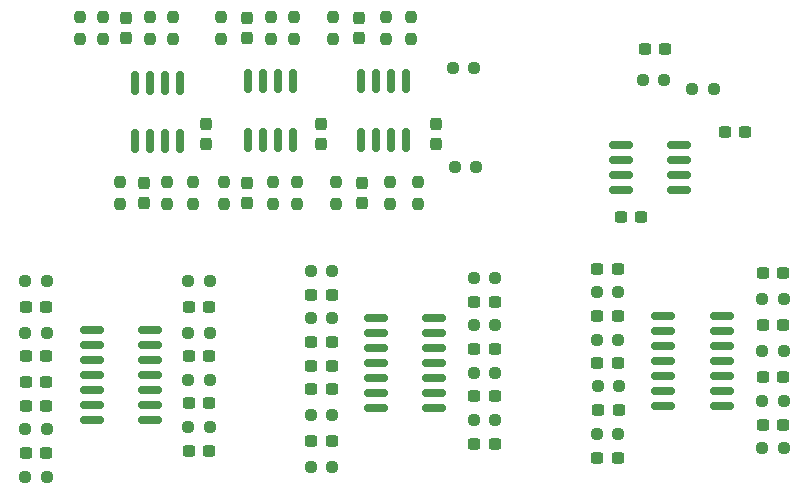
<source format=gbr>
%TF.GenerationSoftware,KiCad,Pcbnew,(6.0.10)*%
%TF.CreationDate,2023-01-04T10:23:57-08:00*%
%TF.ProjectId,audioFilters,61756469-6f46-4696-9c74-6572732e6b69,rev?*%
%TF.SameCoordinates,PX6422c40PY7459280*%
%TF.FileFunction,Paste,Top*%
%TF.FilePolarity,Positive*%
%FSLAX46Y46*%
G04 Gerber Fmt 4.6, Leading zero omitted, Abs format (unit mm)*
G04 Created by KiCad (PCBNEW (6.0.10)) date 2023-01-04 10:23:57*
%MOMM*%
%LPD*%
G01*
G04 APERTURE LIST*
G04 Aperture macros list*
%AMRoundRect*
0 Rectangle with rounded corners*
0 $1 Rounding radius*
0 $2 $3 $4 $5 $6 $7 $8 $9 X,Y pos of 4 corners*
0 Add a 4 corners polygon primitive as box body*
4,1,4,$2,$3,$4,$5,$6,$7,$8,$9,$2,$3,0*
0 Add four circle primitives for the rounded corners*
1,1,$1+$1,$2,$3*
1,1,$1+$1,$4,$5*
1,1,$1+$1,$6,$7*
1,1,$1+$1,$8,$9*
0 Add four rect primitives between the rounded corners*
20,1,$1+$1,$2,$3,$4,$5,0*
20,1,$1+$1,$4,$5,$6,$7,0*
20,1,$1+$1,$6,$7,$8,$9,0*
20,1,$1+$1,$8,$9,$2,$3,0*%
G04 Aperture macros list end*
%ADD10RoundRect,0.237500X0.237500X-0.250000X0.237500X0.250000X-0.237500X0.250000X-0.237500X-0.250000X0*%
%ADD11RoundRect,0.150000X0.825000X0.150000X-0.825000X0.150000X-0.825000X-0.150000X0.825000X-0.150000X0*%
%ADD12RoundRect,0.237500X0.300000X0.237500X-0.300000X0.237500X-0.300000X-0.237500X0.300000X-0.237500X0*%
%ADD13RoundRect,0.237500X0.250000X0.237500X-0.250000X0.237500X-0.250000X-0.237500X0.250000X-0.237500X0*%
%ADD14RoundRect,0.237500X-0.300000X-0.237500X0.300000X-0.237500X0.300000X0.237500X-0.300000X0.237500X0*%
%ADD15RoundRect,0.237500X0.237500X-0.300000X0.237500X0.300000X-0.237500X0.300000X-0.237500X-0.300000X0*%
%ADD16RoundRect,0.237500X-0.250000X-0.237500X0.250000X-0.237500X0.250000X0.237500X-0.250000X0.237500X0*%
%ADD17RoundRect,0.237500X-0.237500X0.300000X-0.237500X-0.300000X0.237500X-0.300000X0.237500X0.300000X0*%
%ADD18RoundRect,0.150000X-0.150000X0.825000X-0.150000X-0.825000X0.150000X-0.825000X0.150000X0.825000X0*%
%ADD19RoundRect,0.237500X-0.237500X0.250000X-0.237500X-0.250000X0.237500X-0.250000X0.237500X0.250000X0*%
%ADD20RoundRect,0.150000X-0.825000X-0.150000X0.825000X-0.150000X0.825000X0.150000X-0.825000X0.150000X0*%
G04 APERTURE END LIST*
D10*
%TO.C,R20*%
X37125000Y39627500D03*
X37125000Y41452500D03*
%TD*%
D11*
%TO.C,U4*%
X59800000Y26835000D03*
X59800000Y28105000D03*
X59800000Y29375000D03*
X59800000Y30645000D03*
X54850000Y30645000D03*
X54850000Y29375000D03*
X54850000Y28105000D03*
X54850000Y26835000D03*
%TD*%
D12*
%TO.C,C25*%
X68587500Y15340000D03*
X66862500Y15340000D03*
%TD*%
D13*
%TO.C,R40*%
X68637500Y8940000D03*
X66812500Y8940000D03*
%TD*%
D10*
%TO.C,R13*%
X21225000Y25627500D03*
X21225000Y27452500D03*
%TD*%
D14*
%TO.C,C20*%
X4462500Y16940000D03*
X6187500Y16940000D03*
%TD*%
D13*
%TO.C,R38*%
X44237500Y7340000D03*
X42412500Y7340000D03*
%TD*%
D15*
%TO.C,C11*%
X23225000Y39677500D03*
X23225000Y41402500D03*
%TD*%
%TO.C,C7*%
X39225000Y30677500D03*
X39225000Y32402500D03*
%TD*%
D14*
%TO.C,C19*%
X28662500Y17940000D03*
X30387500Y17940000D03*
%TD*%
D15*
%TO.C,C6*%
X29475000Y30677500D03*
X29475000Y32402500D03*
%TD*%
D13*
%TO.C,R9*%
X62725000Y35340000D03*
X60900000Y35340000D03*
%TD*%
D14*
%TO.C,C23*%
X66862500Y19740000D03*
X68587500Y19740000D03*
%TD*%
D12*
%TO.C,C36*%
X54587500Y4140000D03*
X52862500Y4140000D03*
%TD*%
%TO.C,C29*%
X19987500Y16940000D03*
X18262500Y16940000D03*
%TD*%
D14*
%TO.C,C16*%
X52862500Y16140000D03*
X54587500Y16140000D03*
%TD*%
D16*
%TO.C,R46*%
X52887500Y10200000D03*
X54712500Y10200000D03*
%TD*%
D10*
%TO.C,R1*%
X9027500Y39587500D03*
X9027500Y41412500D03*
%TD*%
D12*
%TO.C,C18*%
X6187500Y12740000D03*
X4462500Y12740000D03*
%TD*%
D16*
%TO.C,R37*%
X18212500Y10740000D03*
X20037500Y10740000D03*
%TD*%
D17*
%TO.C,C14*%
X32925000Y27402500D03*
X32925000Y25677500D03*
%TD*%
D16*
%TO.C,R31*%
X18212500Y19140000D03*
X20037500Y19140000D03*
%TD*%
D13*
%TO.C,R42*%
X30437500Y3340000D03*
X28612500Y3340000D03*
%TD*%
D14*
%TO.C,C27*%
X18262500Y12740000D03*
X19987500Y12740000D03*
%TD*%
D13*
%TO.C,R33*%
X20037500Y14740000D03*
X18212500Y14740000D03*
%TD*%
%TO.C,R34*%
X68637500Y13140000D03*
X66812500Y13140000D03*
%TD*%
D16*
%TO.C,R36*%
X42412500Y11340000D03*
X44237500Y11340000D03*
%TD*%
D14*
%TO.C,C30*%
X66862500Y10940000D03*
X68587500Y10940000D03*
%TD*%
D18*
%TO.C,U3*%
X36630000Y36015000D03*
X35360000Y36015000D03*
X34090000Y36015000D03*
X32820000Y36015000D03*
X32820000Y31065000D03*
X34090000Y31065000D03*
X35360000Y31065000D03*
X36630000Y31065000D03*
%TD*%
D14*
%TO.C,C41*%
X4462500Y4540000D03*
X6187500Y4540000D03*
%TD*%
D10*
%TO.C,R12*%
X25387500Y25627500D03*
X25387500Y27452500D03*
%TD*%
D19*
%TO.C,R17*%
X30475000Y41452500D03*
X30475000Y39627500D03*
%TD*%
%TO.C,R3*%
X11045000Y41412500D03*
X11045000Y39587500D03*
%TD*%
D12*
%TO.C,C15*%
X54587500Y20140000D03*
X52862500Y20140000D03*
%TD*%
D13*
%TO.C,R25*%
X6237500Y19140000D03*
X4412500Y19140000D03*
%TD*%
D14*
%TO.C,C21*%
X52862500Y12140000D03*
X54587500Y12140000D03*
%TD*%
D16*
%TO.C,R47*%
X52812500Y6140000D03*
X54637500Y6140000D03*
%TD*%
D10*
%TO.C,R21*%
X37725000Y25627500D03*
X37725000Y27452500D03*
%TD*%
D14*
%TO.C,C22*%
X28662500Y11940000D03*
X30387500Y11940000D03*
%TD*%
%TO.C,C37*%
X52937500Y8200000D03*
X54662500Y8200000D03*
%TD*%
D13*
%TO.C,R43*%
X6237500Y2540000D03*
X4412500Y2540000D03*
%TD*%
%TO.C,R24*%
X30437500Y19940000D03*
X28612500Y19940000D03*
%TD*%
D15*
%TO.C,C13*%
X32725000Y39677500D03*
X32725000Y41402500D03*
%TD*%
D13*
%TO.C,R32*%
X44237500Y15340000D03*
X42412500Y15340000D03*
%TD*%
D12*
%TO.C,C31*%
X68587500Y6940000D03*
X66862500Y6940000D03*
%TD*%
D16*
%TO.C,R6*%
X56725000Y36140000D03*
X58550000Y36140000D03*
%TD*%
D12*
%TO.C,C38*%
X30387500Y9940000D03*
X28662500Y9940000D03*
%TD*%
%TO.C,C34*%
X44187500Y9340000D03*
X42462500Y9340000D03*
%TD*%
D14*
%TO.C,C2*%
X56862500Y38740000D03*
X58587500Y38740000D03*
%TD*%
D19*
%TO.C,R10*%
X25225000Y41452500D03*
X25225000Y39627500D03*
%TD*%
D16*
%TO.C,R44*%
X28612500Y7740000D03*
X30437500Y7740000D03*
%TD*%
D10*
%TO.C,R4*%
X16475000Y25627500D03*
X16475000Y27452500D03*
%TD*%
D14*
%TO.C,C26*%
X42462500Y13340000D03*
X44187500Y13340000D03*
%TD*%
D15*
%TO.C,C3*%
X19725000Y30677500D03*
X19725000Y32402500D03*
%TD*%
D18*
%TO.C,U1*%
X17510000Y35875000D03*
X16240000Y35875000D03*
X14970000Y35875000D03*
X13700000Y35875000D03*
X13700000Y30925000D03*
X14970000Y30925000D03*
X16240000Y30925000D03*
X17510000Y30925000D03*
%TD*%
D16*
%TO.C,R29*%
X52812500Y18140000D03*
X54637500Y18140000D03*
%TD*%
D15*
%TO.C,C4*%
X12975000Y39637500D03*
X12975000Y41362500D03*
%TD*%
D16*
%TO.C,R22*%
X40612500Y37140000D03*
X42437500Y37140000D03*
%TD*%
D12*
%TO.C,C17*%
X30387500Y13940000D03*
X28662500Y13940000D03*
%TD*%
D14*
%TO.C,C24*%
X4462500Y10540000D03*
X6187500Y10540000D03*
%TD*%
%TO.C,C33*%
X18262500Y4740000D03*
X19987500Y4740000D03*
%TD*%
D16*
%TO.C,R45*%
X4412500Y6540000D03*
X6237500Y6540000D03*
%TD*%
%TO.C,R27*%
X4412500Y14740000D03*
X6237500Y14740000D03*
%TD*%
D17*
%TO.C,C5*%
X14475000Y27402500D03*
X14475000Y25677500D03*
%TD*%
D10*
%TO.C,R7*%
X16975000Y39587500D03*
X16975000Y41412500D03*
%TD*%
D14*
%TO.C,C8*%
X63662500Y31740000D03*
X65387500Y31740000D03*
%TD*%
D19*
%TO.C,R11*%
X20975000Y41452500D03*
X20975000Y39627500D03*
%TD*%
D20*
%TO.C,U5*%
X58450000Y16150000D03*
X58450000Y14880000D03*
X58450000Y13610000D03*
X58450000Y12340000D03*
X58450000Y11070000D03*
X58450000Y9800000D03*
X58450000Y8530000D03*
X63400000Y8530000D03*
X63400000Y9800000D03*
X63400000Y11070000D03*
X63400000Y12340000D03*
X63400000Y13610000D03*
X63400000Y14880000D03*
X63400000Y16150000D03*
%TD*%
D12*
%TO.C,C28*%
X44187500Y17340000D03*
X42462500Y17340000D03*
%TD*%
D10*
%TO.C,R14*%
X27225000Y39627500D03*
X27225000Y41452500D03*
%TD*%
%TO.C,R19*%
X30725000Y25627500D03*
X30725000Y27452500D03*
%TD*%
D20*
%TO.C,U7*%
X10050000Y14950000D03*
X10050000Y13680000D03*
X10050000Y12410000D03*
X10050000Y11140000D03*
X10050000Y9870000D03*
X10050000Y8600000D03*
X10050000Y7330000D03*
X15000000Y7330000D03*
X15000000Y8600000D03*
X15000000Y9870000D03*
X15000000Y11140000D03*
X15000000Y12410000D03*
X15000000Y13680000D03*
X15000000Y14950000D03*
%TD*%
D14*
%TO.C,C10*%
X54862500Y24540000D03*
X56587500Y24540000D03*
%TD*%
D10*
%TO.C,R18*%
X35325000Y25627500D03*
X35325000Y27452500D03*
%TD*%
D18*
%TO.C,U2*%
X27130000Y36015000D03*
X25860000Y36015000D03*
X24590000Y36015000D03*
X23320000Y36015000D03*
X23320000Y31065000D03*
X24590000Y31065000D03*
X25860000Y31065000D03*
X27130000Y31065000D03*
%TD*%
D16*
%TO.C,R26*%
X28612500Y15940000D03*
X30437500Y15940000D03*
%TD*%
D20*
%TO.C,U6*%
X34125000Y16010000D03*
X34125000Y14740000D03*
X34125000Y13470000D03*
X34125000Y12200000D03*
X34125000Y10930000D03*
X34125000Y9660000D03*
X34125000Y8390000D03*
X39075000Y8390000D03*
X39075000Y9660000D03*
X39075000Y10930000D03*
X39075000Y12200000D03*
X39075000Y13470000D03*
X39075000Y14740000D03*
X39075000Y16010000D03*
%TD*%
D16*
%TO.C,R30*%
X42412500Y19340000D03*
X44237500Y19340000D03*
%TD*%
%TO.C,R23*%
X40812500Y28740000D03*
X42637500Y28740000D03*
%TD*%
D12*
%TO.C,C39*%
X6187500Y8540000D03*
X4462500Y8540000D03*
%TD*%
D13*
%TO.C,R39*%
X20037500Y6740000D03*
X18212500Y6740000D03*
%TD*%
%TO.C,R35*%
X68637500Y17540000D03*
X66812500Y17540000D03*
%TD*%
D16*
%TO.C,R28*%
X52812500Y14140000D03*
X54637500Y14140000D03*
%TD*%
D17*
%TO.C,C12*%
X23225000Y27402500D03*
X23225000Y25677500D03*
%TD*%
D10*
%TO.C,R8*%
X18600000Y25627500D03*
X18600000Y27452500D03*
%TD*%
D13*
%TO.C,R41*%
X68637500Y4940000D03*
X66812500Y4940000D03*
%TD*%
D12*
%TO.C,C35*%
X19987500Y8740000D03*
X18262500Y8740000D03*
%TD*%
D19*
%TO.C,R16*%
X34975000Y41452500D03*
X34975000Y39627500D03*
%TD*%
D10*
%TO.C,R15*%
X27475000Y25627500D03*
X27475000Y27452500D03*
%TD*%
D19*
%TO.C,R2*%
X14975000Y41412500D03*
X14975000Y39587500D03*
%TD*%
D10*
%TO.C,R5*%
X12475000Y25627500D03*
X12475000Y27452500D03*
%TD*%
D14*
%TO.C,C32*%
X42462500Y5340000D03*
X44187500Y5340000D03*
%TD*%
%TO.C,C40*%
X28662500Y5540000D03*
X30387500Y5540000D03*
%TD*%
M02*

</source>
